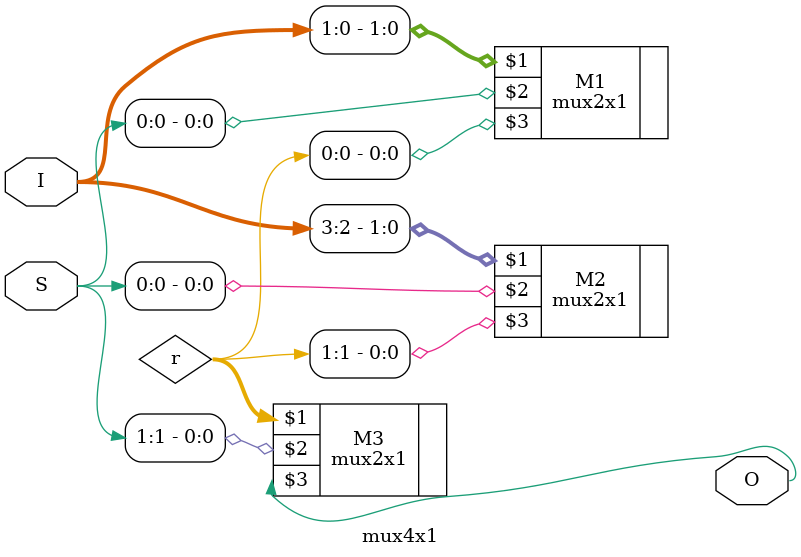
<source format=v>
module mux4x1(I,S,O);
input [3:0] I;
input [1:0]S;
output O;
wire [1:0] r;
mux2x1 M1(I[1:0],S[0],r[0]);
mux2x1 M2(I[3:2],S[0],r[1]);
mux2x1 M3(r[1:0],S[1],O);
endmodule

</source>
